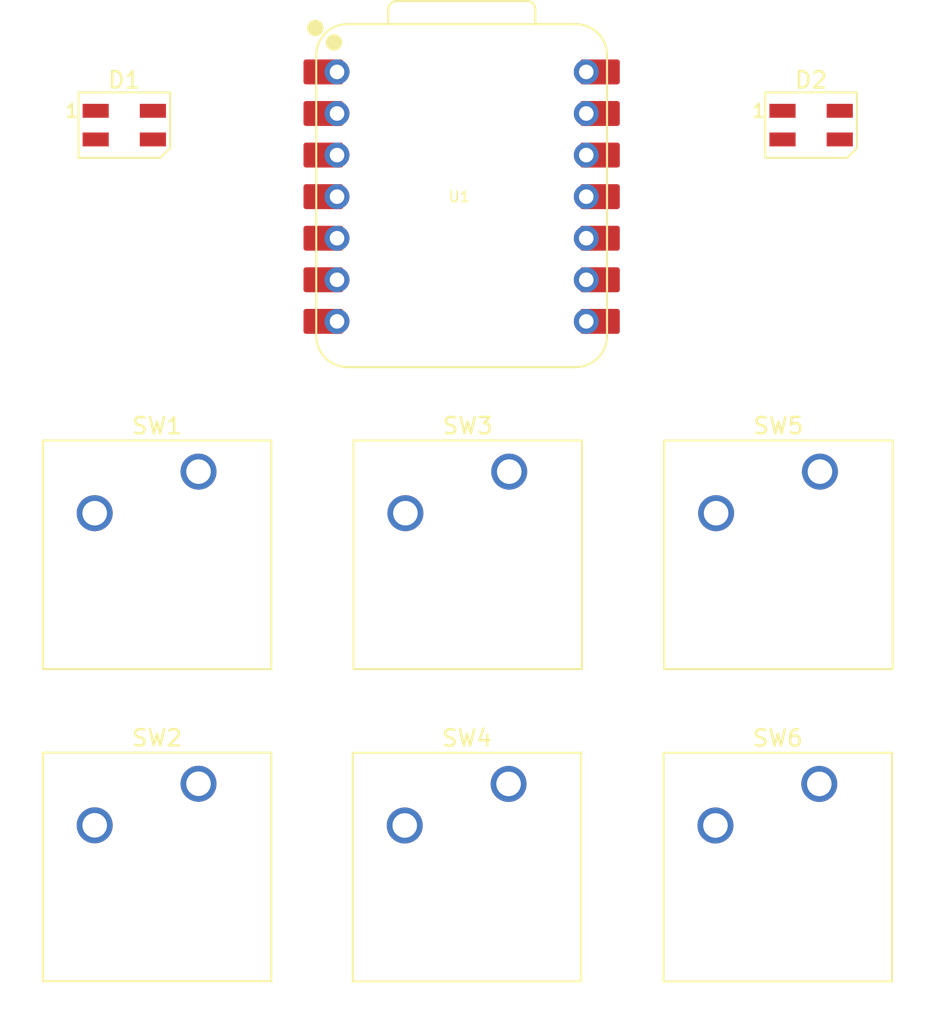
<source format=kicad_pcb>
(kicad_pcb (version 20241229) (generator "pcbnew") (generator_version "9.0")
  (layers (0 "F.Cu" signal) (2 "B.Cu" signal) (13 "F.Paste" user) (15 "B.Paste" user) (5 "F.SilkS" user "F.Silkscreen") (7 "B.SilkS" user "B.Silkscreen") (1 "F.Mask" user) (3 "B.Mask" user) (25 "Edge.Cuts" user))
  (net 0 "")
  (net 1 "Net-(D1-DOUT)")
  (net 2 "GND")
  (net 3 "Net-(D1-DIN)")
  (net 4 "+5V")
  (net 6 "Net-(U1-GPIO7{slash}SCL)")
  (net 7 "Net-(U1-GPIO0{slash}TX)")
  (net 8 "Net-(U1-GPIO1{slash}RX)")
  (net 9 "Net-(U1-GPIO2{slash}SCK)")
  (net 10 "Net-(U1-GPIO4{slash}MISO)")
  (net 11 "Net-(U1-GPIO3{slash}MOSI)")
  (footprint "Button_Switch_Keyboard:SW_Cherry_MX_1.00u_PCB" (layer "F.Cu") (at 154.25 86.5)
    (property "Reference" "SW4" (at -2.54 -2.794 0) (layer "F.SilkS"))
    (property "Value" "SW_Push")
    (fp_line (start -9.525 -1.905) (end 4.445 -1.905) (stroke (width 0.12)) (layer "F.SilkS"))
    (fp_line (start -9.525 12.065) (end -9.525 -1.905) (stroke (width 0.12)) (layer "F.SilkS"))
    (fp_line (start 4.445 -1.905) (end 4.445 12.065) (stroke (width 0.12)) (layer "F.SilkS"))
    (fp_line (start 4.445 12.065) (end -9.525 12.065) (stroke (width 0.12)) (layer "F.SilkS"))
    (pad "" np_thru_hole circle (at -7.62 5.08) (size 1.7 1.7) (drill 1.7) (layers "*.Cu" "*.Mask"))
    (pad "" np_thru_hole circle (at -2.54 5.08) (size 4 4) (drill 4) (layers "*.Cu" "*.Mask"))
    (pad "" np_thru_hole circle (at 2.54 5.08) (size 1.7 1.7) (drill 1.7) (layers "*.Cu" "*.Mask"))
    (pad "1" thru_hole circle (at 0 0) (size 2.2 2.2) (drill 1.5) (layers "*.Cu" "*.Mask") (net 2 "GND"))
    (pad "2" thru_hole circle (at -6.35 2.54) (size 2.2 2.2) (drill 1.5) (layers "*.Cu" "*.Mask") (net 9 "Net-(U1-GPIO2{slash}SCK)"))
  )
  (footprint "XIAO OPL:XIAO-RP2040-DIP" (layer "F.Cu") (at 151.38 50.62)
    (property "Reference" "U1" (at -0.15 0 0) (layer "F.SilkS") (effects (font (size 0.635 0.635) (thickness 0.1016))))
    (property "Value" "XIAO-RP2040-DIP")
    (fp_line (start -8.89 8.509) (end -8.89 -8.636) (stroke (width 0.127)) (layer "F.SilkS"))
    (fp_line (start -6.985 10.414) (end 6.985 10.414) (stroke (width 0.127)) (layer "F.SilkS"))
    (fp_line (start -4.495 -10.541) (end -4.491272 -11.451272) (stroke (width 0.127)) (layer "F.SilkS"))
    (fp_line (start -3.991272 -11.951) (end 4.004 -11.951) (stroke (width 0.127)) (layer "F.SilkS"))
    (fp_line (start 4.504 -11.451) (end 4.504 -10.541) (stroke (width 0.127)) (layer "F.SilkS"))
    (fp_line (start 6.985 -10.541) (end -6.985 -10.541) (stroke (width 0.1)) (layer "F.SilkS"))
    (fp_line (start 6.985 -10.541) (end -6.985 -10.541) (stroke (width 0.127)) (layer "F.SilkS"))
    (fp_line (start 8.89 8.509) (end 8.89 -8.636) (stroke (width 0.127)) (layer "F.SilkS"))
    (fp_arc (start -8.89 -8.636) (mid -8.332038 -9.983038) (end -6.985 -10.541) (stroke (width 0.127)) (layer "F.SilkS"))
    (fp_arc (start -6.985 10.414) (mid -8.332038 9.856038) (end -8.89 8.509) (stroke (width 0.127)) (layer "F.SilkS"))
    (fp_arc (start -4.491272 -11.451272) (mid -4.344728 -11.80464) (end -3.991272 -11.951) (stroke (width 0.127)) (layer "F.SilkS"))
    (fp_arc (start 4.004 -11.951) (mid 4.357553 -11.804553) (end 4.504 -11.451) (stroke (width 0.127)) (layer "F.SilkS"))
    (fp_arc (start 6.985 -10.541) (mid 8.332038 -9.983038) (end 8.89 -8.636) (stroke (width 0.127)) (layer "F.SilkS"))
    (fp_arc (start 8.89 8.509) (mid 8.332038 9.856038) (end 6.985 10.414) (stroke (width 0.127)) (layer "F.SilkS"))
    (fp_circle (center -8.95 -10.3) (end -8.95 -10.554) (stroke (width 0.5)) (fill yes) (layer "F.SilkS"))
    (fp_circle (center -7.807 -9.42) (end -7.807 -9.674) (stroke (width 0.5)) (fill yes) (layer "F.SilkS"))
    (pad "1" smd roundrect (at -8.455 -7.62 180) (size 2.432 1.524) (layers "F.Cu" "F.Mask") (roundrect_rratio 0.1))
    (pad "1" thru_hole circle (at -7.62 -7.62 180) (size 1.524 1.524) (drill 0.889) (layers "*.Cu" "*.Mask"))
    (pad "2" smd roundrect (at -8.455 -5.08 180) (size 2.432 1.524) (layers "F.Cu" "F.Mask") (roundrect_rratio 0.1))
    (pad "2" thru_hole circle (at -7.62 -5.08 180) (size 1.524 1.524) (drill 0.889) (layers "*.Cu" "*.Mask"))
    (pad "3" smd roundrect (at -8.455 -2.54 180) (size 2.432 1.524) (layers "F.Cu" "F.Mask") (roundrect_rratio 0.1))
    (pad "3" thru_hole circle (at -7.62 -2.54 180) (size 1.524 1.524) (drill 0.889) (layers "*.Cu" "*.Mask"))
    (pad "4" smd roundrect (at -8.455 0 180) (size 2.432 1.524) (layers "F.Cu" "F.Mask") (roundrect_rratio 0.1))
    (pad "4" thru_hole circle (at -7.62 0 180) (size 1.524 1.524) (drill 0.889) (layers "*.Cu" "*.Mask"))
    (pad "5" smd roundrect (at -8.455 2.54 180) (size 2.432 1.524) (layers "F.Cu" "F.Mask") (roundrect_rratio 0.1) (net 3 "Net-(D1-DIN)"))
    (pad "5" thru_hole circle (at -7.62 2.54 180) (size 1.524 1.524) (drill 0.889) (layers "*.Cu" "*.Mask") (net 3 "Net-(D1-DIN)"))
    (pad "6" smd roundrect (at -8.455 5.08 180) (size 2.432 1.524) (layers "F.Cu" "F.Mask") (roundrect_rratio 0.1) (net 6 "Net-(U1-GPIO7{slash}SCL)"))
    (pad "6" thru_hole circle (at -7.62 5.08 180) (size 1.524 1.524) (drill 0.889) (layers "*.Cu" "*.Mask") (net 6 "Net-(U1-GPIO7{slash}SCL)"))
    (pad "7" smd roundrect (at -8.455 7.62 180) (size 2.432 1.524) (layers "F.Cu" "F.Mask") (roundrect_rratio 0.1) (net 7 "Net-(U1-GPIO0{slash}TX)"))
    (pad "7" thru_hole circle (at -7.62 7.62 180) (size 1.524 1.524) (drill 0.889) (layers "*.Cu" "*.Mask") (net 7 "Net-(U1-GPIO0{slash}TX)"))
    (pad "8" thru_hole circle (at 7.62 7.62) (size 1.524 1.524) (drill 0.889) (layers "*.Cu" "*.Mask") (net 8 "Net-(U1-GPIO1{slash}RX)"))
    (pad "8" smd roundrect (at 8.455 7.62) (size 2.432 1.524) (layers "F.Cu" "F.Mask") (roundrect_rratio 0.1) (net 8 "Net-(U1-GPIO1{slash}RX)"))
    (pad "9" thru_hole circle (at 7.62 5.08) (size 1.524 1.524) (drill 0.889) (layers "*.Cu" "*.Mask") (net 9 "Net-(U1-GPIO2{slash}SCK)"))
    (pad "9" smd roundrect (at 8.455 5.08) (size 2.432 1.524) (layers "F.Cu" "F.Mask") (roundrect_rratio 0.1) (net 9 "Net-(U1-GPIO2{slash}SCK)"))
    (pad "10" thru_hole circle (at 7.62 2.54) (size 1.524 1.524) (drill 0.889) (layers "*.Cu" "*.Mask") (net 10 "Net-(U1-GPIO4{slash}MISO)"))
    (pad "10" smd roundrect (at 8.455 2.54) (size 2.432 1.524) (layers "F.Cu" "F.Mask") (roundrect_rratio 0.1) (net 10 "Net-(U1-GPIO4{slash}MISO)"))
    (pad "11" thru_hole circle (at 7.62 0) (size 1.524 1.524) (drill 0.889) (layers "*.Cu" "*.Mask") (net 11 "Net-(U1-GPIO3{slash}MOSI)"))
    (pad "11" smd roundrect (at 8.455 0) (size 2.432 1.524) (layers "F.Cu" "F.Mask") (roundrect_rratio 0.1) (net 11 "Net-(U1-GPIO3{slash}MOSI)"))
    (pad "12" thru_hole circle (at 7.62 -2.54) (size 1.524 1.524) (drill 0.889) (layers "*.Cu" "*.Mask"))
    (pad "12" smd roundrect (at 8.455 -2.54) (size 2.432 1.524) (layers "F.Cu" "F.Mask") (roundrect_rratio 0.1))
    (pad "13" thru_hole circle (at 7.62 -5.08) (size 1.524 1.524) (drill 0.889) (layers "*.Cu" "*.Mask"))
    (pad "13" smd roundrect (at 8.455 -5.08) (size 2.432 1.524) (layers "F.Cu" "F.Mask") (roundrect_rratio 0.1))
    (pad "14" thru_hole circle (at 7.62 -7.62) (size 1.524 1.524) (drill 0.889) (layers "*.Cu" "*.Mask") (net 4 "+5V"))
    (pad "14" smd roundrect (at 8.455 -7.62) (size 2.432 1.524) (layers "F.Cu" "F.Mask") (roundrect_rratio 0.1) (net 4 "+5V"))
  )
  (footprint "Button_Switch_Keyboard:SW_Cherry_MX_1.00u_PCB" (layer "F.Cu") (at 173.25 86.5)
    (property "Reference" "SW6" (at -2.54 -2.794 0) (layer "F.SilkS"))
    (property "Value" "SW_Push")
    (fp_line (start -9.525 -1.905) (end 4.445 -1.905) (stroke (width 0.12)) (layer "F.SilkS"))
    (fp_line (start -9.525 12.065) (end -9.525 -1.905) (stroke (width 0.12)) (layer "F.SilkS"))
    (fp_line (start 4.445 -1.905) (end 4.445 12.065) (stroke (width 0.12)) (layer "F.SilkS"))
    (fp_line (start 4.445 12.065) (end -9.525 12.065) (stroke (width 0.12)) (layer "F.SilkS"))
    (pad "" np_thru_hole circle (at -7.62 5.08) (size 1.7 1.7) (drill 1.7) (layers "*.Cu" "*.Mask"))
    (pad "" np_thru_hole circle (at -2.54 5.08) (size 4 4) (drill 4) (layers "*.Cu" "*.Mask"))
    (pad "" np_thru_hole circle (at 2.54 5.08) (size 1.7 1.7) (drill 1.7) (layers "*.Cu" "*.Mask"))
    (pad "1" thru_hole circle (at 0 0) (size 2.2 2.2) (drill 1.5) (layers "*.Cu" "*.Mask") (net 2 "GND"))
    (pad "2" thru_hole circle (at -6.35 2.54) (size 2.2 2.2) (drill 1.5) (layers "*.Cu" "*.Mask") (net 11 "Net-(U1-GPIO3{slash}MOSI)"))
  )
  (footprint "LED_SMD:LED_SK6812MINI_PLCC4_3.5x3.5mm_P1.75mm" (layer "F.Cu") (at 130.75 46.25)
    (property "Reference" "D1" (at 0 -2.75 0) (layer "F.SilkS"))
    (property "Value" "SK6812")
    (fp_line (start -2.8 -2) (end -2.8 2) (stroke (width 0.12)) (layer "F.SilkS"))
    (fp_line (start -2.8 -2) (end 2.8 -2) (stroke (width 0.12)) (layer "F.SilkS"))
    (fp_line (start -2.8 2) (end 2.2 2) (stroke (width 0.12)) (layer "F.SilkS"))
    (fp_line (start 2.8 1.4) (end 2.2 2) (stroke (width 0.12)) (layer "F.SilkS"))
    (fp_line (start 2.8 1.4) (end 2.8 -2) (stroke (width 0.12)) (layer "F.SilkS"))
    (fp_text user "1" (at -3.2 -0.875 0) (layer "F.SilkS") (effects (font (size 0.8 0.8))))
    (pad "1" smd rect (at -1.75 -0.875) (size 1.6 0.85) (layers "F.Cu" "F.Mask" "F.Paste") (net 2 "GND"))
    (pad "2" smd rect (at -1.75 0.875) (size 1.6 0.85) (layers "F.Cu" "F.Mask" "F.Paste") (net 3 "Net-(D1-DIN)"))
    (pad "3" smd rect (at 1.75 0.875) (size 1.6 0.85) (layers "F.Cu" "F.Mask" "F.Paste") (net 4 "+5V"))
    (pad "4" smd rect (at 1.75 -0.875) (size 1.6 0.85) (layers "F.Cu" "F.Mask" "F.Paste") (net 1 "Net-(D1-DOUT)"))
  )
  (footprint "LED_SMD:LED_SK6812MINI_PLCC4_3.5x3.5mm_P1.75mm" (layer "F.Cu") (at 172.75 46.25)
    (property "Reference" "D2" (at 0 -2.75 0) (layer "F.SilkS"))
    (property "Value" "SK6812")
    (fp_line (start -2.8 -2) (end -2.8 2) (stroke (width 0.12)) (layer "F.SilkS"))
    (fp_line (start -2.8 -2) (end 2.8 -2) (stroke (width 0.12)) (layer "F.SilkS"))
    (fp_line (start -2.8 2) (end 2.2 2) (stroke (width 0.12)) (layer "F.SilkS"))
    (fp_line (start 2.8 1.4) (end 2.2 2) (stroke (width 0.12)) (layer "F.SilkS"))
    (fp_line (start 2.8 1.4) (end 2.8 -2) (stroke (width 0.12)) (layer "F.SilkS"))
    (fp_text user "1" (at -3.2 -0.875 0) (layer "F.SilkS") (effects (font (size 0.8 0.8))))
    (pad "1" smd rect (at -1.75 -0.875) (size 1.6 0.85) (layers "F.Cu" "F.Mask" "F.Paste") (net 2 "GND"))
    (pad "2" smd rect (at -1.75 0.875) (size 1.6 0.85) (layers "F.Cu" "F.Mask" "F.Paste") (net 1 "Net-(D1-DOUT)"))
    (pad "3" smd rect (at 1.75 0.875) (size 1.6 0.85) (layers "F.Cu" "F.Mask" "F.Paste") (net 4 "+5V"))
    (pad "4" smd rect (at 1.75 -0.875) (size 1.6 0.85) (layers "F.Cu" "F.Mask" "F.Paste"))
  )
  (footprint "Button_Switch_Keyboard:SW_Cherry_MX_1.00u_PCB" (layer "F.Cu") (at 135.29 86.4905)
    (property "Reference" "SW2" (at -2.54 -2.794 0) (layer "F.SilkS"))
    (property "Value" "SW_Push")
    (fp_line (start -9.525 -1.905) (end 4.445 -1.905) (stroke (width 0.12)) (layer "F.SilkS"))
    (fp_line (start -9.525 12.065) (end -9.525 -1.905) (stroke (width 0.12)) (layer "F.SilkS"))
    (fp_line (start 4.445 -1.905) (end 4.445 12.065) (stroke (width 0.12)) (layer "F.SilkS"))
    (fp_line (start 4.445 12.065) (end -9.525 12.065) (stroke (width 0.12)) (layer "F.SilkS"))
    (pad "" np_thru_hole circle (at -7.62 5.08) (size 1.7 1.7) (drill 1.7) (layers "*.Cu" "*.Mask"))
    (pad "" np_thru_hole circle (at -2.54 5.08) (size 4 4) (drill 4) (layers "*.Cu" "*.Mask"))
    (pad "" np_thru_hole circle (at 2.54 5.08) (size 1.7 1.7) (drill 1.7) (layers "*.Cu" "*.Mask"))
    (pad "1" thru_hole circle (at 0 0) (size 2.2 2.2) (drill 1.5) (layers "*.Cu" "*.Mask") (net 2 "GND"))
    (pad "2" thru_hole circle (at -6.35 2.54) (size 2.2 2.2) (drill 1.5) (layers "*.Cu" "*.Mask") (net 7 "Net-(U1-GPIO0{slash}TX)"))
  )
  (footprint "Button_Switch_Keyboard:SW_Cherry_MX_1.00u_PCB" (layer "F.Cu") (at 135.29 67.42)
    (property "Reference" "SW1" (at -2.54 -2.794 0) (layer "F.SilkS"))
    (property "Value" "SW_Push")
    (fp_line (start -9.525 -1.905) (end 4.445 -1.905) (stroke (width 0.12)) (layer "F.SilkS"))
    (fp_line (start -9.525 12.065) (end -9.525 -1.905) (stroke (width 0.12)) (layer "F.SilkS"))
    (fp_line (start 4.445 -1.905) (end 4.445 12.065) (stroke (width 0.12)) (layer "F.SilkS"))
    (fp_line (start 4.445 12.065) (end -9.525 12.065) (stroke (width 0.12)) (layer "F.SilkS"))
    (pad "" np_thru_hole circle (at -7.62 5.08) (size 1.7 1.7) (drill 1.7) (layers "*.Cu" "*.Mask"))
    (pad "" np_thru_hole circle (at -2.54 5.08) (size 4 4) (drill 4) (layers "*.Cu" "*.Mask"))
    (pad "" np_thru_hole circle (at 2.54 5.08) (size 1.7 1.7) (drill 1.7) (layers "*.Cu" "*.Mask"))
    (pad "1" thru_hole circle (at 0 0) (size 2.2 2.2) (drill 1.5) (layers "*.Cu" "*.Mask") (net 2 "GND"))
    (pad "2" thru_hole circle (at -6.35 2.54) (size 2.2 2.2) (drill 1.5) (layers "*.Cu" "*.Mask") (net 6 "Net-(U1-GPIO7{slash}SCL)"))
  )
  (footprint "Button_Switch_Keyboard:SW_Cherry_MX_1.00u_PCB" (layer "F.Cu") (at 173.29 67.42)
    (property "Reference" "SW5" (at -2.54 -2.794 0) (layer "F.SilkS"))
    (property "Value" "SW_Push")
    (fp_line (start -9.525 -1.905) (end 4.445 -1.905) (stroke (width 0.12)) (layer "F.SilkS"))
    (fp_line (start -9.525 12.065) (end -9.525 -1.905) (stroke (width 0.12)) (layer "F.SilkS"))
    (fp_line (start 4.445 -1.905) (end 4.445 12.065) (stroke (width 0.12)) (layer "F.SilkS"))
    (fp_line (start 4.445 12.065) (end -9.525 12.065) (stroke (width 0.12)) (layer "F.SilkS"))
    (pad "" np_thru_hole circle (at -7.62 5.08) (size 1.7 1.7) (drill 1.7) (layers "*.Cu" "*.Mask"))
    (pad "" np_thru_hole circle (at -2.54 5.08) (size 4 4) (drill 4) (layers "*.Cu" "*.Mask"))
    (pad "" np_thru_hole circle (at 2.54 5.08) (size 1.7 1.7) (drill 1.7) (layers "*.Cu" "*.Mask"))
    (pad "1" thru_hole circle (at 0 0) (size 2.2 2.2) (drill 1.5) (layers "*.Cu" "*.Mask") (net 2 "GND"))
    (pad "2" thru_hole circle (at -6.35 2.54) (size 2.2 2.2) (drill 1.5) (layers "*.Cu" "*.Mask") (net 10 "Net-(U1-GPIO4{slash}MISO)"))
  )
  (footprint "Button_Switch_Keyboard:SW_Cherry_MX_1.00u_PCB" (layer "F.Cu") (at 154.29 67.42)
    (property "Reference" "SW3" (at -2.54 -2.794 0) (layer "F.SilkS"))
    (property "Value" "SW_Push")
    (fp_line (start -9.525 -1.905) (end 4.445 -1.905) (stroke (width 0.12)) (layer "F.SilkS"))
    (fp_line (start -9.525 12.065) (end -9.525 -1.905) (stroke (width 0.12)) (layer "F.SilkS"))
    (fp_line (start 4.445 -1.905) (end 4.445 12.065) (stroke (width 0.12)) (layer "F.SilkS"))
    (fp_line (start 4.445 12.065) (end -9.525 12.065) (stroke (width 0.12)) (layer "F.SilkS"))
    (pad "" np_thru_hole circle (at -7.62 5.08) (size 1.7 1.7) (drill 1.7) (layers "*.Cu" "*.Mask"))
    (pad "" np_thru_hole circle (at -2.54 5.08) (size 4 4) (drill 4) (layers "*.Cu" "*.Mask"))
    (pad "" np_thru_hole circle (at 2.54 5.08) (size 1.7 1.7) (drill 1.7) (layers "*.Cu" "*.Mask"))
    (pad "1" thru_hole circle (at 0 0) (size 2.2 2.2) (drill 1.5) (layers "*.Cu" "*.Mask") (net 2 "GND"))
    (pad "2" thru_hole circle (at -6.35 2.54) (size 2.2 2.2) (drill 1.5) (layers "*.Cu" "*.Mask") (net 8 "Net-(U1-GPIO1{slash}RX)"))
  )
)
</source>
